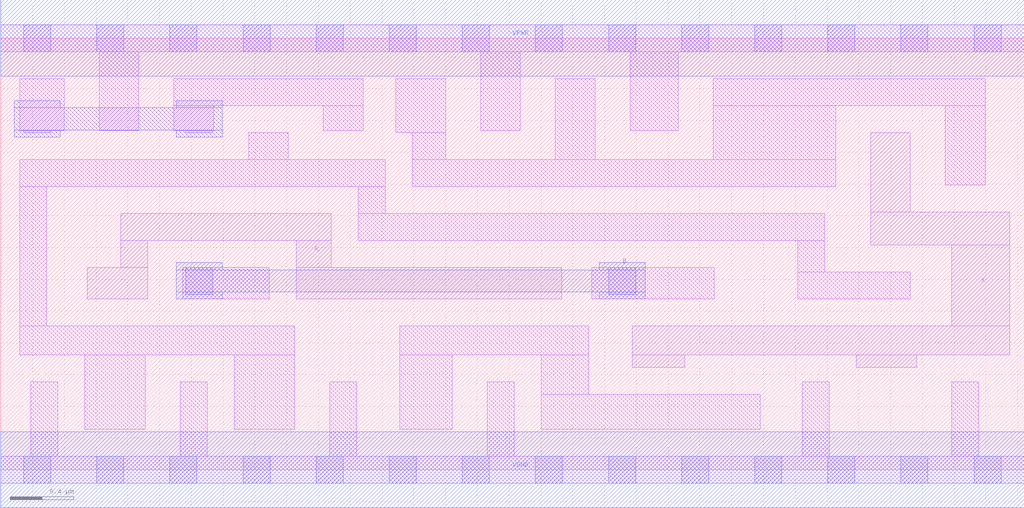
<source format=lef>
# Copyright 2020 The SkyWater PDK Authors
#
# Licensed under the Apache License, Version 2.0 (the "License");
# you may not use this file except in compliance with the License.
# You may obtain a copy of the License at
#
#     https://www.apache.org/licenses/LICENSE-2.0
#
# Unless required by applicable law or agreed to in writing, software
# distributed under the License is distributed on an "AS IS" BASIS,
# WITHOUT WARRANTIES OR CONDITIONS OF ANY KIND, either express or implied.
# See the License for the specific language governing permissions and
# limitations under the License.
#
# SPDX-License-Identifier: Apache-2.0

VERSION 5.7 ;
  NOWIREEXTENSIONATPIN ON ;
  DIVIDERCHAR "/" ;
  BUSBITCHARS "[]" ;
UNITS
  DATABASE MICRONS 200 ;
END UNITS
PROPERTYDEFINITIONS
  MACRO maskLayoutSubType STRING ;
  MACRO prCellType STRING ;
  MACRO originalViewName STRING ;
END PROPERTYDEFINITIONS
MACRO sky130_fd_sc_hdll__xor2_2
  CLASS CORE ;
  FOREIGN sky130_fd_sc_hdll__xor2_2 ;
  ORIGIN  0.000000  0.000000 ;
  SIZE  6.440000 BY  2.720000 ;
  SYMMETRY X Y R90 ;
  SITE unithd ;
  PIN A
    ANTENNAGATEAREA  1.110000 ;
    DIRECTION INPUT ;
    USE SIGNAL ;
    PORT
      LAYER li1 ;
        RECT 0.545000 1.075000 0.925000 1.275000 ;
        RECT 0.755000 1.275000 0.925000 1.445000 ;
        RECT 0.755000 1.445000 2.080000 1.615000 ;
        RECT 1.860000 1.075000 3.530000 1.275000 ;
        RECT 1.860000 1.275000 2.080000 1.445000 ;
    END
  END A
  PIN B
    ANTENNAGATEAREA  1.110000 ;
    DIRECTION INPUT ;
    USE SIGNAL ;
    PORT
      LAYER met1 ;
        RECT 1.105000 1.075000 1.395000 1.120000 ;
        RECT 1.105000 1.120000 4.055000 1.260000 ;
        RECT 1.105000 1.260000 1.395000 1.305000 ;
        RECT 3.765000 1.075000 4.055000 1.120000 ;
        RECT 3.765000 1.260000 4.055000 1.305000 ;
    END
  END B
  PIN X
    ANTENNADIFFAREA  0.806750 ;
    DIRECTION OUTPUT ;
    USE SIGNAL ;
    PORT
      LAYER li1 ;
        RECT 3.975000 0.645000 4.305000 0.725000 ;
        RECT 3.975000 0.725000 6.350000 0.905000 ;
        RECT 5.385000 0.645000 5.765000 0.725000 ;
        RECT 5.475000 1.415000 6.350000 1.625000 ;
        RECT 5.475000 1.625000 5.725000 2.125000 ;
        RECT 5.985000 0.905000 6.350000 1.415000 ;
    END
  END X
  PIN VGND
    DIRECTION INOUT ;
    USE GROUND ;
    PORT
      LAYER met1 ;
        RECT 0.000000 -0.240000 6.440000 0.240000 ;
    END
  END VGND
  PIN VPWR
    DIRECTION INOUT ;
    USE POWER ;
    PORT
      LAYER met1 ;
        RECT 0.000000 2.480000 6.440000 2.960000 ;
    END
  END VPWR
  OBS
    LAYER li1 ;
      RECT 0.000000 -0.085000 6.440000 0.085000 ;
      RECT 0.000000  2.635000 6.440000 2.805000 ;
      RECT 0.120000  0.725000 1.850000 0.905000 ;
      RECT 0.120000  0.905000 0.290000 1.785000 ;
      RECT 0.120000  1.785000 2.420000 1.955000 ;
      RECT 0.120000  2.135000 0.400000 2.465000 ;
      RECT 0.145000  2.125000 0.315000 2.135000 ;
      RECT 0.190000  0.085000 0.360000 0.555000 ;
      RECT 0.530000  0.255000 0.910000 0.725000 ;
      RECT 0.620000  2.135000 0.870000 2.635000 ;
      RECT 1.090000  2.135000 1.340000 2.295000 ;
      RECT 1.090000  2.295000 2.280000 2.465000 ;
      RECT 1.130000  0.085000 1.300000 0.555000 ;
      RECT 1.145000  1.075000 1.690000 1.275000 ;
      RECT 1.165000  2.125000 1.335000 2.135000 ;
      RECT 1.470000  0.255000 1.850000 0.725000 ;
      RECT 1.560000  1.955000 1.810000 2.125000 ;
      RECT 2.030000  2.135000 2.280000 2.295000 ;
      RECT 2.070000  0.085000 2.240000 0.555000 ;
      RECT 2.250000  1.445000 5.185000 1.615000 ;
      RECT 2.250000  1.615000 2.420000 1.785000 ;
      RECT 2.485000  2.125000 2.800000 2.465000 ;
      RECT 2.510000  0.255000 2.840000 0.725000 ;
      RECT 2.510000  0.725000 3.700000 0.905000 ;
      RECT 2.590000  1.785000 5.255000 1.955000 ;
      RECT 2.590000  1.955000 2.800000 2.125000 ;
      RECT 3.020000  2.135000 3.270000 2.635000 ;
      RECT 3.060000  0.085000 3.230000 0.555000 ;
      RECT 3.400000  0.255000 4.780000 0.475000 ;
      RECT 3.400000  0.475000 3.700000 0.725000 ;
      RECT 3.490000  1.955000 3.740000 2.465000 ;
      RECT 3.720000  1.075000 4.490000 1.275000 ;
      RECT 3.960000  2.135000 4.265000 2.635000 ;
      RECT 4.485000  1.955000 5.255000 2.295000 ;
      RECT 4.485000  2.295000 6.195000 2.465000 ;
      RECT 5.015000  1.075000 5.725000 1.245000 ;
      RECT 5.015000  1.245000 5.185000 1.445000 ;
      RECT 5.045000  0.085000 5.215000 0.555000 ;
      RECT 5.945000  1.795000 6.195000 2.295000 ;
      RECT 5.985000  0.085000 6.155000 0.555000 ;
    LAYER mcon ;
      RECT 0.145000 -0.085000 0.315000 0.085000 ;
      RECT 0.145000  2.635000 0.315000 2.805000 ;
      RECT 0.605000 -0.085000 0.775000 0.085000 ;
      RECT 0.605000  2.635000 0.775000 2.805000 ;
      RECT 1.065000 -0.085000 1.235000 0.085000 ;
      RECT 1.065000  2.635000 1.235000 2.805000 ;
      RECT 1.165000  1.105000 1.335000 1.275000 ;
      RECT 1.525000 -0.085000 1.695000 0.085000 ;
      RECT 1.525000  2.635000 1.695000 2.805000 ;
      RECT 1.985000 -0.085000 2.155000 0.085000 ;
      RECT 1.985000  2.635000 2.155000 2.805000 ;
      RECT 2.445000 -0.085000 2.615000 0.085000 ;
      RECT 2.445000  2.635000 2.615000 2.805000 ;
      RECT 2.905000 -0.085000 3.075000 0.085000 ;
      RECT 2.905000  2.635000 3.075000 2.805000 ;
      RECT 3.365000 -0.085000 3.535000 0.085000 ;
      RECT 3.365000  2.635000 3.535000 2.805000 ;
      RECT 3.825000 -0.085000 3.995000 0.085000 ;
      RECT 3.825000  1.105000 3.995000 1.275000 ;
      RECT 3.825000  2.635000 3.995000 2.805000 ;
      RECT 4.285000 -0.085000 4.455000 0.085000 ;
      RECT 4.285000  2.635000 4.455000 2.805000 ;
      RECT 4.745000 -0.085000 4.915000 0.085000 ;
      RECT 4.745000  2.635000 4.915000 2.805000 ;
      RECT 5.205000 -0.085000 5.375000 0.085000 ;
      RECT 5.205000  2.635000 5.375000 2.805000 ;
      RECT 5.665000 -0.085000 5.835000 0.085000 ;
      RECT 5.665000  2.635000 5.835000 2.805000 ;
      RECT 6.125000 -0.085000 6.295000 0.085000 ;
      RECT 6.125000  2.635000 6.295000 2.805000 ;
    LAYER met1 ;
      RECT 0.085000 2.095000 0.375000 2.140000 ;
      RECT 0.085000 2.140000 1.395000 2.280000 ;
      RECT 0.085000 2.280000 0.375000 2.325000 ;
      RECT 1.105000 2.095000 1.395000 2.140000 ;
      RECT 1.105000 2.280000 1.395000 2.325000 ;
  END
  PROPERTY maskLayoutSubType "abstract" ;
  PROPERTY prCellType "standard" ;
  PROPERTY originalViewName "layout" ;
END sky130_fd_sc_hdll__xor2_2
END LIBRARY

</source>
